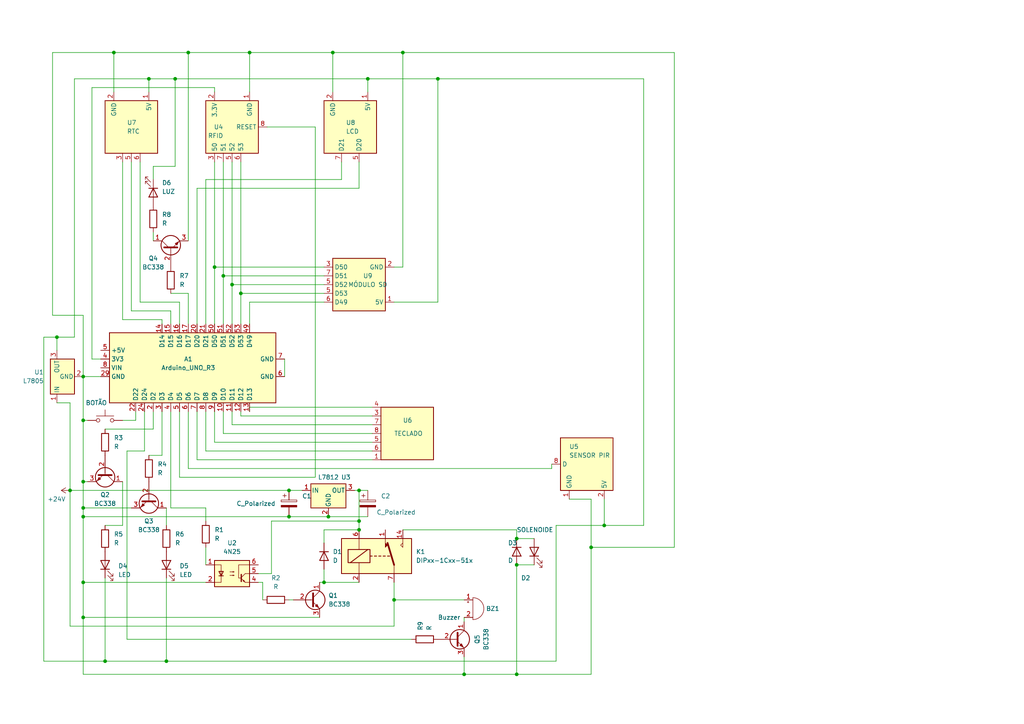
<source format=kicad_sch>
(kicad_sch (version 20230121) (generator eeschema)
  (paper "A4")
  (lib_symbols
    (symbol "Device:Buzzer" (pin_names (offset 0.0254) hide)
      (property "Reference" "BZ" (at 3.81 1.27 0))
      (property "Value" "Buzzer" (at 3.81 -1.27 0))
      (symbol "Buzzer_0_1"
        (arc (start 0 -3.175) (mid 3.1612 0) (end 0 3.175))
        (polyline (pts (xy -1.651 1.905) (xy -1.143 1.905)))
        (polyline (pts (xy -1.397 2.159) (xy -1.397 1.651)))
        (polyline (pts (xy 0 3.175) (xy 0 -3.175)))
      )
      (symbol "Buzzer_1_1"
        (pin passive line (at -2.54 2.54 0) (length 2.54) (name "-") (number "1"))
        (pin passive line (at -2.54 -2.54 0) (length 2.54) (name "+") (number "2"))
      )
    )
    (symbol "Device:C_Polarized" (pin_numbers hide) (pin_names (offset 0.254))
      (property "Reference" "C" (at 0.635 2.54 0))
      (property "Value" "C_Polarized" (at 0.635 -2.54 0))
      (symbol "C_Polarized_0_1"
        (rectangle (start -2.286 0.508) (end 2.286 1.016))
        (polyline (pts (xy -1.778 2.286) (xy -0.762 2.286)))
        (polyline (pts (xy -1.27 2.794) (xy -1.27 1.778)))
        (rectangle (start 2.286 -0.508) (end -2.286 -1.016) (fill (type outline)))
      )
      (symbol "C_Polarized_1_1"
        (pin passive line (at 0 3.81 270) (length 2.794) (name "~") (number "1"))
        (pin passive line (at 0 -3.81 90) (length 2.794) (name "~") (number "2"))
      )
    )
    (symbol "Device:D" (pin_numbers hide) (pin_names (offset 1.016) hide)
      (property "Reference" "D" (at 0 2.54 0))
      (property "Value" "D" (at 0 -2.54 0))
      (symbol "D_0_1"
        (polyline (pts (xy -1.27 1.27) (xy -1.27 -1.27)) (stroke (width 0.254)))
        (polyline (pts (xy 1.27 0) (xy -1.27 0)))
        (polyline (pts (xy 1.27 1.27) (xy 1.27 -1.27) (xy -1.27 0) (xy 1.27 1.27)) (stroke (width 0.254)))
      )
      (symbol "D_1_1"
        (pin passive line (at -3.81 0 0) (length 2.54) (name "K") (number "1"))
        (pin passive line (at 3.81 0 180) (length 2.54) (name "A") (number "2"))
      )
    )
    (symbol "Device:LED" (pin_numbers hide) (pin_names (offset 1.016) hide)
      (property "Reference" "D" (at 0 2.54 0))
      (property "Value" "SOLENOIDE" (at 0 -3.81 0))
      (symbol "LED_0_1"
        (polyline (pts (xy -1.27 -1.27) (xy -1.27 1.27)) (stroke (width 0.254)))
        (polyline (pts (xy -1.27 0) (xy 1.27 0)))
        (polyline (pts (xy 1.27 -1.27) (xy 1.27 1.27) (xy -1.27 0) (xy 1.27 -1.27)) (stroke (width 0.254)))
        (polyline (pts (xy -3.048 -0.762) (xy -4.572 -2.286) (xy -3.81 -2.286) (xy -4.572 -2.286) (xy -4.572 -1.524)))
        (polyline (pts (xy -1.778 -0.762) (xy -3.302 -2.286) (xy -2.54 -2.286) (xy -3.302 -2.286) (xy -3.302 -1.524)))
      )
      (symbol "LED_1_1"
        (pin passive line (at -3.81 0 0) (length 2.54) (name "K") (number "1"))
        (pin passive line (at 3.81 0 180) (length 2.54) (name "A") (number "2"))
      )
    )
    (symbol "Device:R" (pin_numbers hide) (pin_names (offset 0))
      (property "Reference" "R" (at 2.032 0 90))
      (property "Value" "R" (at 0 0 90))
      (symbol "R_0_1"
        (rectangle (start -1.016 -2.54) (end 1.016 2.54) (stroke (width 0.254)))
      )
      (symbol "R_1_1"
        (pin passive line (at 0 3.81 270) (length 1.27) (name "~") (number "1"))
        (pin passive line (at 0 -3.81 90) (length 1.27) (name "~") (number "2"))
      )
    )
    (symbol "Isolator:4N25" (pin_names (offset 1.016))
      (property "Reference" "U" (at -5.08 5.08 0))
      (property "Value" "4N25" (at 0 5.08 0))
      (symbol "4N25_0_1"
        (rectangle (start -5.08 3.81) (end 5.08 -3.81) (stroke (width 0.254)) (fill (type background)))
        (polyline (pts (xy -3.81 -0.635) (xy -2.54 -0.635)) (stroke (width 0.254)))
        (polyline (pts (xy 2.667 -1.397) (xy 3.81 -2.54)))
        (polyline (pts (xy 2.667 -1.143) (xy 3.81 0)))
        (polyline (pts (xy 3.81 -2.54) (xy 5.08 -2.54)))
        (polyline (pts (xy 3.81 0) (xy 5.08 0)))
        (polyline (pts (xy 2.667 -0.254) (xy 2.667 -2.286) (xy 2.667 -2.286)) (stroke (width 0.3556)))
        (polyline (pts (xy -5.08 -2.54) (xy -3.175 -2.54) (xy -3.175 2.54) (xy -5.08 2.54)))
        (polyline (pts (xy -3.175 -0.635) (xy -3.81 0.635) (xy -2.54 0.635) (xy -3.175 -0.635)) (stroke (width 0.254)))
        (polyline (pts (xy 3.683 -2.413) (xy 3.429 -1.905) (xy 3.175 -2.159) (xy 3.683 -2.413)))
        (polyline (pts (xy 5.08 2.54) (xy 1.905 2.54) (xy 1.905 -1.27) (xy 2.54 -1.27)))
        (polyline (pts (xy -0.635 -0.508) (xy 0.635 -0.508) (xy 0.254 -0.635) (xy 0.254 -0.381) (xy 0.635 -0.508)))
        (polyline (pts (xy -0.635 0.508) (xy 0.635 0.508) (xy 0.254 0.381) (xy 0.254 0.635) (xy 0.635 0.508)))
      )
      (symbol "4N25_1_1"
        (pin passive line (at -7.62 2.54 0) (length 2.54) (name "~") (number "1"))
        (pin passive line (at -7.62 -2.54 0) (length 2.54) (name "~") (number "2"))
        (pin no_connect line (at -5.08 0 0) (length 2.54) hide (name "NC") (number "3"))
        (pin passive line (at 7.62 -2.54 180) (length 2.54) (name "~") (number "4"))
        (pin passive line (at 7.62 0 180) (length 2.54) (name "~") (number "5"))
        (pin passive line (at 7.62 2.54 180) (length 2.54) (name "~") (number "6"))
      )
    )
    (symbol "LED_1" (pin_numbers hide) (pin_names (offset 1.016) hide)
      (property "Reference" "D" (at 0 2.54 0))
      (property "Value" "LED" (at 0 -2.54 0))
      (symbol "LED_1_0_1"
        (polyline (pts (xy -1.27 -1.27) (xy -1.27 1.27)) (stroke (width 0.254)))
        (polyline (pts (xy -1.27 0) (xy 1.27 0)))
        (polyline (pts (xy 1.27 -1.27) (xy 1.27 1.27) (xy -1.27 0) (xy 1.27 -1.27)) (stroke (width 0.254)))
        (polyline (pts (xy -3.048 -0.762) (xy -4.572 -2.286) (xy -3.81 -2.286) (xy -4.572 -2.286) (xy -4.572 -1.524)))
        (polyline (pts (xy -1.778 -0.762) (xy -3.302 -2.286) (xy -2.54 -2.286) (xy -3.302 -2.286) (xy -3.302 -1.524)))
      )
      (symbol "LED_1_1_1"
        (pin passive line (at -3.81 0 0) (length 2.54) (name "K") (number "1"))
        (pin passive line (at 3.81 0 180) (length 2.54) (name "A") (number "2"))
      )
    )
    (symbol "MCU_Module:Arduino_UNO_R3"
      (property "Reference" "A" (at -10.16 23.495 0))
      (property "Value" "Arduino_UNO_R3" (at 5.08 -26.67 0))
      (symbol "Arduino_UNO_R3_0_1"
        (rectangle (start -10.16 22.86) (end 10.16 -25.4) (stroke (width 0.254)) (fill (type background)))
      )
      (symbol "Arduino_UNO_R3_1_1"
        (pin no_connect line (at -10.16 -20.32 0) (length 2.54) hide (name "NC") (number "1"))
        (pin bidirectional line (at -12.7 -10.16 0) (length 2.54) (name "D10") (number "10"))
        (pin bidirectional line (at -12.7 -12.7 0) (length 2.54) (name "D11") (number "11"))
        (pin bidirectional line (at -12.7 -15.24 0) (length 2.54) (name "D12") (number "12"))
        (pin bidirectional line (at -12.7 -17.78 0) (length 2.54) (name "D13") (number "13"))
        (pin bidirectional line (at 12.7 7.62 180) (length 2.54) (name "D14") (number "14"))
        (pin bidirectional line (at 12.7 5.08 180) (length 2.54) (name "D15") (number "15"))
        (pin bidirectional line (at 12.7 2.54 180) (length 2.54) (name "D16") (number "16"))
        (pin bidirectional line (at 12.7 0 180) (length 2.54) (name "D17") (number "17"))
        (pin bidirectional line (at -12.7 10.16 0) (length 2.54) (name "D2") (number "2"))
        (pin bidirectional line (at 12.7 -2.54 180) (length 2.54) (name "D20") (number "20"))
        (pin bidirectional line (at 12.7 -5.08 180) (length 2.54) (name "D21") (number "21"))
        (pin bidirectional line (at -12.7 15.24 0) (length 2.54) (name "D22") (number "22"))
        (pin bidirectional line (at -12.7 12.7 0) (length 2.54) (name "D24") (number "24"))
        (pin output line (at -2.54 25.4 270) (length 2.54) (name "GND") (number "29"))
        (pin bidirectional line (at -12.7 7.62 0) (length 2.54) (name "D3") (number "3"))
        (pin power_out line (at 2.54 25.4 270) (length 2.54) (name "3V3") (number "4"))
        (pin bidirectional line (at -12.7 5.08 0) (length 2.54) (name "D4") (number "4"))
        (pin bidirectional line (at 12.7 -17.78 180) (length 2.54) (name "D49") (number "49"))
        (pin power_out line (at 5.08 25.4 270) (length 2.54) (name "+5V") (number "5"))
        (pin bidirectional line (at -12.7 2.54 0) (length 2.54) (name "D5") (number "5"))
        (pin bidirectional line (at 12.7 -7.62 180) (length 2.54) (name "D50") (number "50"))
        (pin bidirectional line (at 12.7 -10.16 180) (length 2.54) (name "D51") (number "51"))
        (pin bidirectional line (at 12.7 -12.7 180) (length 2.54) (name "D52") (number "52"))
        (pin bidirectional line (at 12.7 -15.24 180) (length 2.54) (name "D53") (number "53"))
        (pin bidirectional line (at -12.7 0 0) (length 2.54) (name "D6") (number "6"))
        (pin power_in line (at -2.54 -27.94 90) (length 2.54) (name "GND") (number "6"))
        (pin bidirectional line (at -12.7 -2.54 0) (length 2.54) (name "D7") (number "7"))
        (pin power_in line (at 2.54 -27.94 90) (length 2.54) (name "GND") (number "7"))
        (pin bidirectional line (at -12.7 -5.08 0) (length 2.54) (name "D8") (number "8"))
        (pin power_in line (at 0 25.4 270) (length 2.54) (name "VIN") (number "8"))
        (pin bidirectional line (at -12.7 -7.62 0) (length 2.54) (name "D9") (number "9"))
      )
    )
    (symbol "Modulo universal arduino:PCF8563TS"
      (property "Reference" "U" (at -27.94 12.7 0))
      (property "Value" "TECLADO" (at -3.81 0 0))
      (symbol "PCF8563TS_0_1"
        (rectangle (start -7.62 7.62) (end 7.62 -7.62) (stroke (width 0.254)) (fill (type background)))
      )
      (symbol "PCF8563TS_1_1"
        (pin bidirectional line (at 10.16 7.62 180) (length 2.54) (name "") (number "1"))
        (pin bidirectional line (at 10.16 -5.08 180) (length 2.54) (name "") (number "3"))
        (pin bidirectional line (at 10.16 -7.62 180) (length 2.54) (name "") (number "4"))
        (pin bidirectional line (at 10.16 2.54 180) (length 2.54) (name "") (number "5"))
        (pin bidirectional line (at 10.16 5.08 180) (length 2.54) (name "") (number "6"))
        (pin bidirectional line (at 10.16 -2.54 180) (length 2.54) (name "") (number "7"))
        (pin bidirectional line (at 10.16 0 180) (length 2.54) (name "") (number "8"))
      )
    )
    (symbol "PCF8563TS_1"
      (property "Reference" "U" (at -7.62 8.89 0))
      (property "Value" "SENSOR PIR" (at 2.54 8.89 0))
      (symbol "PCF8563TS_1_0_1"
        (rectangle (start -7.62 7.62) (end 7.62 -7.62) (stroke (width 0.254)) (fill (type background)))
      )
      (symbol "PCF8563TS_1_1_1"
        (pin power_in line (at -10.16 5.08 0) (length 2.54) (name "GND") (number "1"))
        (pin power_in line (at -10.16 -5.08 0) (length 2.54) (name "5V") (number "2"))
        (pin bidirectional line (at 0 10.16 270) (length 2.54) (name "D") (number "8"))
      )
    )
    (symbol "PCF8563TS_2"
      (property "Reference" "U" (at -7.62 8.89 0))
      (property "Value" "RTC" (at 2.54 8.89 0))
      (symbol "PCF8563TS_2_0_1"
        (rectangle (start -7.62 7.62) (end 7.62 -7.62) (stroke (width 0.254)) (fill (type background)))
      )
      (symbol "PCF8563TS_2_1_1"
        (pin power_in line (at -10.16 5.08 0) (length 2.54) (name "5V") (number "1"))
        (pin power_in line (at -10.16 -5.08 0) (length 2.54) (name "GND") (number "2"))
        (pin bidirectional line (at 10.16 -2.54 180) (length 2.54) (name "") (number "3"))
        (pin bidirectional line (at 10.16 0 180) (length 2.54) (name "") (number "5"))
        (pin bidirectional line (at 10.16 2.54 180) (length 2.54) (name "") (number "6"))
      )
    )
    (symbol "PCF8563TS_3"
      (property "Reference" "U" (at -7.62 8.89 0))
      (property "Value" "LCD" (at 2.54 8.89 0))
      (symbol "PCF8563TS_3_0_1"
        (rectangle (start -7.62 7.62) (end 7.62 -7.62) (stroke (width 0.254)) (fill (type background)))
      )
      (symbol "PCF8563TS_3_1_1"
        (pin power_in line (at -10.16 5.08 0) (length 2.54) (name "5V") (number "1"))
        (pin power_in line (at -10.16 -5.08 0) (length 2.54) (name "GND") (number "2"))
        (pin bidirectional line (at 10.16 2.54 180) (length 2.54) (name "D20") (number "5"))
        (pin bidirectional line (at 10.16 -2.54 180) (length 2.54) (name "D21") (number "7"))
      )
    )
    (symbol "PCF8563TS_4"
      (property "Reference" "U" (at -7.62 8.89 0))
      (property "Value" "MÓDULO SD" (at 2.54 8.89 0))
      (symbol "PCF8563TS_4_0_1"
        (rectangle (start -7.62 7.62) (end 7.62 -7.62) (stroke (width 0.254)) (fill (type background)))
      )
      (symbol "PCF8563TS_4_1_1"
        (pin power_in line (at -10.16 5.08 0) (length 2.54) (name "5V") (number "1"))
        (pin power_in line (at -10.16 -5.08 0) (length 2.54) (name "GND") (number "2"))
        (pin bidirectional line (at 10.16 -5.08 180) (length 2.54) (name "D50") (number "3"))
        (pin bidirectional line (at 10.16 0 180) (length 2.54) (name "D52") (number "5"))
        (pin bidirectional line (at 10.16 2.54 180) (length 2.54) (name "D53") (number "5"))
        (pin bidirectional line (at 10.16 5.08 180) (length 2.54) (name "D49") (number "6"))
        (pin bidirectional line (at 10.16 -2.54 180) (length 2.54) (name "D51") (number "7"))
      )
    )
    (symbol "Regulator_Linear:L7805" (pin_names (offset 0.254))
      (property "Reference" "U" (at -3.81 3.175 0))
      (property "Value" "L7805" (at 0 3.175 0))
      (symbol "L7805_0_1"
        (rectangle (start -5.08 1.905) (end 5.08 -5.08) (stroke (width 0.254)) (fill (type background)))
      )
      (symbol "L7805_1_1"
        (pin power_in line (at -7.62 0 0) (length 2.54) (name "IN") (number "1"))
        (pin power_in line (at 0 -7.62 90) (length 2.54) (name "GND") (number "2"))
        (pin power_out line (at 7.62 0 180) (length 2.54) (name "OUT") (number "3"))
      )
    )
    (symbol "Regulator_Linear:L7812" (pin_names (offset 0.254))
      (property "Reference" "U" (at -3.81 3.175 0))
      (property "Value" "L7812" (at 0 3.175 0))
      (symbol "L7812_0_1"
        (rectangle (start -5.08 1.905) (end 5.08 -5.08) (stroke (width 0.254)) (fill (type background)))
      )
      (symbol "L7812_1_1"
        (pin power_in line (at -7.62 0 0) (length 2.54) (name "IN") (number "1"))
        (pin power_in line (at 0 -7.62 90) (length 2.54) (name "GND") (number "2"))
        (pin power_out line (at 7.62 0 180) (length 2.54) (name "OUT") (number "3"))
      )
    )
    (symbol "Relay:DIPxx-1Cxx-51x"
      (property "Reference" "K" (at 11.43 3.81 0))
      (property "Value" "DIPxx-1Cxx-51x" (at 11.43 1.27 0))
      (symbol "DIPxx-1Cxx-51x_0_0"
        (polyline (pts (xy 2.54 5.08) (xy 2.54 2.54) (xy 3.175 3.175) (xy 2.54 3.81)) (fill (type outline)))
        (polyline (pts (xy 7.62 5.08) (xy 7.62 2.54) (xy 6.985 3.175) (xy 7.62 3.81)))
      )
      (symbol "DIPxx-1Cxx-51x_0_1"
        (rectangle (start -10.16 5.08) (end 10.16 -5.08) (stroke (width 0.254)) (fill (type background)))
        (rectangle (start -8.255 1.905) (end -1.905 -1.905) (stroke (width 0.254)))
        (polyline (pts (xy -7.62 -1.905) (xy -2.54 1.905)) (stroke (width 0.254)))
        (polyline (pts (xy -5.08 -5.08) (xy -5.08 -1.905)))
        (polyline (pts (xy -5.08 5.08) (xy -5.08 1.905)))
        (polyline (pts (xy -1.905 0) (xy -1.27 0)) (stroke (width 0.254)))
        (polyline (pts (xy -0.635 0) (xy 0 0)) (stroke (width 0.254)))
        (polyline (pts (xy 0.635 0) (xy 1.27 0)) (stroke (width 0.254)))
        (polyline (pts (xy 1.905 0) (xy 2.54 0)) (stroke (width 0.254)))
        (polyline (pts (xy 3.175 0) (xy 3.81 0)) (stroke (width 0.254)))
        (polyline (pts (xy 5.08 -2.54) (xy 3.175 3.81)) (stroke (width 0.508)))
        (polyline (pts (xy 5.08 -2.54) (xy 5.08 -5.08)))
      )
      (symbol "DIPxx-1Cxx-51x_1_1"
        (pin passive line (at 2.54 7.62 270) (length 2.54) (name "~") (number "1"))
        (pin passive line (at 7.62 7.62 270) (length 2.54) (name "~") (number "14"))
        (pin passive line (at -5.08 -7.62 90) (length 2.54) (name "~") (number "2"))
        (pin passive line (at -5.08 7.62 270) (length 2.54) (name "~") (number "6"))
        (pin passive line (at 5.08 -7.62 90) (length 2.54) (name "~") (number "7"))
        (pin passive line (at 5.08 -7.62 90) (length 2.54) hide (name "~") (number "8"))
      )
    )
    (symbol "Switch:SW_MEC_5G" (pin_numbers hide) (pin_names (offset 1.016) hide)
      (property "Reference" "SW" (at 1.27 2.54 0))
      (property "Value" "SW_MEC_5G" (at 0 -1.524 0))
      (symbol "SW_MEC_5G_0_1"
        (circle (center -2.032 0) (radius 0.508))
        (polyline (pts (xy 0 1.27) (xy 0 3.048)))
        (polyline (pts (xy 2.54 1.27) (xy -2.54 1.27)))
        (circle (center 2.032 0) (radius 0.508))
        (pin passive line (at -5.08 0 0) (length 2.54) (name "A") (number "1"))
        (pin passive line (at 5.08 0 180) (length 2.54) (name "B") (number "3"))
      )
      (symbol "SW_MEC_5G_1_1"
        (pin passive line (at -5.08 0 0) (length 2.54) hide (name "A") (number "2"))
        (pin passive line (at 5.08 0 180) (length 2.54) hide (name "B") (number "4"))
      )
    )
    (symbol "Timer_RTC:PCF8563TS"
      (property "Reference" "U" (at -7.62 8.89 0))
      (property "Value" "RFID" (at 2.54 8.89 0))
      (symbol "PCF8563TS_0_1"
        (rectangle (start -7.62 7.62) (end 7.62 -7.62) (stroke (width 0.254)) (fill (type background)))
      )
      (symbol "PCF8563TS_1_1"
        (pin power_in line (at -10.16 5.08 0) (length 2.54) (name "GND") (number "1"))
        (pin power_in line (at -10.16 -5.08 0) (length 2.54) (name "3.3V") (number "2"))
        (pin bidirectional line (at 10.16 -5.08 180) (length 2.54) (name "50") (number "3"))
        (pin bidirectional line (at 10.16 0 180) (length 2.54) (name "52") (number "5"))
        (pin bidirectional line (at 10.16 2.54 180) (length 2.54) (name "53") (number "6"))
        (pin bidirectional line (at 10.16 -2.54 180) (length 2.54) (name "51") (number "7"))
        (pin bidirectional line (at 0 10.16 270) (length 2.54) (name "RESET") (number "8"))
      )
    )
    (symbol "Transistor_BJT:BC338" (pin_names (offset 0) hide)
      (property "Reference" "Q" (at 5.08 1.905 0))
      (property "Value" "BC338" (at 5.08 0 0))
      (symbol "BC338_0_1"
        (polyline (pts (xy 0 0) (xy 0.635 0)))
        (polyline (pts (xy 0.635 0.635) (xy 2.54 2.54)))
        (polyline (pts (xy 0.635 -0.635) (xy 2.54 -2.54) (xy 2.54 -2.54)))
        (polyline (pts (xy 0.635 1.905) (xy 0.635 -1.905) (xy 0.635 -1.905)) (stroke (width 0.508)))
        (polyline (pts (xy 1.27 -1.778) (xy 1.778 -1.27) (xy 2.286 -2.286) (xy 1.27 -1.778) (xy 1.27 -1.778)) (fill (type outline)))
        (circle (center 1.27 0) (radius 2.8194) (stroke (width 0.254)))
      )
      (symbol "BC338_1_1"
        (pin passive line (at 2.54 5.08 270) (length 2.54) (name "C") (number "1"))
        (pin input line (at -5.08 0 0) (length 5.08) (name "B") (number "2"))
        (pin passive line (at 2.54 -5.08 90) (length 2.54) (name "E") (number "3"))
      )
    )
    (symbol "power:+24V" (power) (pin_names (offset 0))
      (property "Value" "+24V" (at 0 3.556 0))
      (symbol "+24V_0_1"
        (polyline (pts (xy -0.762 1.27) (xy 0 2.54)))
        (polyline (pts (xy 0 0) (xy 0 2.54)))
        (polyline (pts (xy 0 2.54) (xy 0.762 1.27)))
      )
      (symbol "+24V_1_1"
        (pin power_in line (at 0 0 90) (length 0) hide (name "+24V") (number "1"))
      )
    )
  )
  (junction (at 69.85 85.09))
  (junction (at 24.13 121.92))
  (junction (at 50.8 22.86))
  (junction (at 116.84 15.24))
  (junction (at 67.31 82.55))
  (junction (at 24.13 179.07))
  (junction (at 24.13 149.86))
  (junction (at 72.39 15.24))
  (junction (at 83.82 142.24))
  (junction (at 43.18 22.86))
  (junction (at 24.13 109.22))
  (junction (at 134.62 195.58))
  (junction (at 24.13 168.91))
  (junction (at 33.02 15.24))
  (junction (at 62.23 77.47))
  (junction (at 149.86 156.21))
  (junction (at 24.13 139.7))
  (junction (at 149.86 163.83))
  (junction (at 64.77 80.01))
  (junction (at 127 22.86))
  (junction (at 171.45 158.75))
  (junction (at 16.51 97.79))
  (junction (at 48.26 191.77))
  (junction (at 104.14 142.24))
  (junction (at 114.3 173.99))
  (junction (at 20.32 142.24))
  (junction (at 175.26 152.4))
  (junction (at 106.68 22.86))
  (junction (at 24.13 147.32))
  (junction (at 54.61 15.24))
  (junction (at 96.52 15.24))
  (junction (at 149.86 195.58))
  (junction (at 95.25 149.86))
  (junction (at 104.14 151.13))
  (junction (at 93.98 168.91))
  (junction (at 104.14 153.67))
  (junction (at 83.82 149.86))
  (junction (at 30.48 191.77))
  (wire (pts (xy 44.45 48.26) (xy 50.8 48.26)))
  (wire (pts (xy 64.77 46.99) (xy 64.77 80.01)))
  (wire (pts (xy 149.86 163.83) (xy 149.86 195.58)))
  (wire (pts (xy 69.85 85.09) (xy 69.85 93.98)))
  (wire (pts (xy 104.14 142.24) (xy 102.87 142.24)))
  (wire (pts (xy 36.83 185.42) (xy 119.38 185.42)))
  (wire (pts (xy 44.45 124.46) (xy 44.45 119.38)))
  (wire (pts (xy 20.32 142.24) (xy 20.32 181.61)))
  (wire (pts (xy 57.15 93.98) (xy 57.15 54.61)))
  (wire (pts (xy 30.48 124.46) (xy 44.45 124.46)))
  (wire (pts (xy 43.18 132.08) (xy 46.99 132.08)))
  (wire (pts (xy 134.62 195.58) (xy 149.86 195.58)))
  (wire (pts (xy 77.47 36.83) (xy 91.44 36.83)))
  (wire (pts (xy 12.7 191.77) (xy 12.7 97.79)))
  (wire (pts (xy 171.45 158.75) (xy 171.45 195.58)))
  (wire (pts (xy 116.84 15.24) (xy 195.58 15.24)))
  (wire (pts (xy 69.85 120.65) (xy 69.85 119.38)))
  (wire (pts (xy 64.77 80.01) (xy 93.98 80.01)))
  (wire (pts (xy 59.69 158.75) (xy 59.69 163.83)))
  (wire (pts (xy 59.69 130.81) (xy 59.69 119.38)))
  (wire (pts (xy 24.13 109.22) (xy 24.13 121.92)))
  (wire (pts (xy 93.98 168.91) (xy 104.14 168.91)))
  (wire (pts (xy 16.51 97.79) (xy 16.51 101.6)))
  (wire (pts (xy 64.77 125.73) (xy 107.95 125.73)))
  (wire (pts (xy 44.45 52.07) (xy 44.45 48.26)))
  (wire (pts (xy 50.8 48.26) (xy 50.8 22.86)))
  (wire (pts (xy 54.61 85.09) (xy 54.61 93.98)))
  (wire (pts (xy 67.31 82.55) (xy 67.31 93.98)))
  (wire (pts (xy 43.18 22.86) (xy 43.18 26.67)))
  (wire (pts (xy 40.64 87.63) (xy 52.07 87.63)))
  (wire (pts (xy 74.93 166.37) (xy 78.74 166.37)))
  (wire (pts (xy 15.24 15.24) (xy 15.24 91.44)))
  (wire (pts (xy 171.45 144.78) (xy 171.45 158.75)))
  (wire (pts (xy 175.26 144.78) (xy 175.26 152.4)))
  (wire (pts (xy 30.48 167.64) (xy 30.48 191.77)))
  (wire (pts (xy 16.51 97.79) (xy 21.59 97.79)))
  (wire (pts (xy 161.29 152.4) (xy 161.29 191.77)))
  (wire (pts (xy 96.52 26.67) (xy 96.52 15.24)))
  (wire (pts (xy 15.24 91.44) (xy 24.13 91.44)))
  (wire (pts (xy 92.71 168.91) (xy 93.98 168.91)))
  (wire (pts (xy 114.3 173.99) (xy 134.62 173.99)))
  (wire (pts (xy 50.8 22.86) (xy 106.68 22.86)))
  (wire (pts (xy 38.1 90.17) (xy 49.53 90.17)))
  (wire (pts (xy 52.07 87.63) (xy 52.07 93.98)))
  (wire (pts (xy 21.59 22.86) (xy 21.59 97.79)))
  (wire (pts (xy 26.67 25.4) (xy 62.23 25.4)))
  (wire (pts (xy 46.99 93.98) (xy 46.99 92.71)))
  (wire (pts (xy 62.23 77.47) (xy 93.98 77.47)))
  (wire (pts (xy 33.02 15.24) (xy 54.61 15.24)))
  (wire (pts (xy 24.13 168.91) (xy 24.13 179.07)))
  (wire (pts (xy 83.82 142.24) (xy 87.63 142.24)))
  (wire (pts (xy 30.48 191.77) (xy 12.7 191.77)))
  (wire (pts (xy 116.84 153.67) (xy 149.86 153.67)))
  (wire (pts (xy 48.26 147.32) (xy 48.26 152.4)))
  (wire (pts (xy 43.18 22.86) (xy 50.8 22.86)))
  (wire (pts (xy 62.23 46.99) (xy 62.23 77.47)))
  (wire (pts (xy 20.32 142.24) (xy 20.32 116.84)))
  (wire (pts (xy 149.86 195.58) (xy 171.45 195.58)))
  (wire (pts (xy 24.13 149.86) (xy 24.13 168.91)))
  (wire (pts (xy 83.82 149.86) (xy 95.25 149.86)))
  (wire (pts (xy 59.69 147.32) (xy 49.53 147.32)))
  (wire (pts (xy 134.62 190.5) (xy 134.62 195.58)))
  (wire (pts (xy 30.48 152.4) (xy 35.56 152.4)))
  (wire (pts (xy 49.53 90.17) (xy 49.53 93.98)))
  (wire (pts (xy 54.61 135.89) (xy 160.02 135.89)))
  (wire (pts (xy 106.68 22.86) (xy 106.68 26.67)))
  (wire (pts (xy 62.23 128.27) (xy 107.95 128.27)))
  (wire (pts (xy 20.32 116.84) (xy 16.51 116.84)))
  (wire (pts (xy 114.3 87.63) (xy 127 87.63)))
  (wire (pts (xy 82.55 104.14) (xy 82.55 109.22)))
  (wire (pts (xy 67.31 119.38) (xy 67.31 123.19)))
  (wire (pts (xy 20.32 142.24) (xy 83.82 142.24)))
  (wire (pts (xy 52.07 119.38) (xy 52.07 138.43)))
  (wire (pts (xy 72.39 87.63) (xy 72.39 93.98)))
  (wire (pts (xy 104.14 54.61) (xy 104.14 46.99)))
  (wire (pts (xy 91.44 36.83) (xy 91.44 138.43)))
  (wire (pts (xy 107.95 130.81) (xy 59.69 130.81)))
  (wire (pts (xy 104.14 142.24) (xy 104.14 151.13)))
  (wire (pts (xy 33.02 15.24) (xy 15.24 15.24)))
  (wire (pts (xy 72.39 15.24) (xy 96.52 15.24)))
  (wire (pts (xy 106.68 22.86) (xy 127 22.86)))
  (wire (pts (xy 38.1 46.99) (xy 38.1 90.17)))
  (wire (pts (xy 33.02 15.24) (xy 33.02 26.67)))
  (wire (pts (xy 48.26 167.64) (xy 48.26 191.77)))
  (wire (pts (xy 186.69 22.86) (xy 186.69 152.4)))
  (wire (pts (xy 99.06 52.07) (xy 99.06 46.99)))
  (wire (pts (xy 24.13 179.07) (xy 24.13 195.58)))
  (wire (pts (xy 195.58 15.24) (xy 195.58 158.75)))
  (wire (pts (xy 69.85 46.99) (xy 69.85 85.09)))
  (wire (pts (xy 114.3 181.61) (xy 114.3 173.99)))
  (wire (pts (xy 20.32 181.61) (xy 114.3 181.61)))
  (wire (pts (xy 62.23 25.4) (xy 62.23 26.67)))
  (wire (pts (xy 83.82 149.86) (xy 24.13 149.86)))
  (wire (pts (xy 93.98 85.09) (xy 69.85 85.09)))
  (wire (pts (xy 24.13 147.32) (xy 24.13 149.86)))
  (wire (pts (xy 54.61 15.24) (xy 54.61 69.85)))
  (wire (pts (xy 171.45 158.75) (xy 195.58 158.75)))
  (wire (pts (xy 12.7 97.79) (xy 16.51 97.79)))
  (wire (pts (xy 93.98 87.63) (xy 72.39 87.63)))
  (wire (pts (xy 24.13 121.92) (xy 25.4 121.92)))
  (wire (pts (xy 149.86 156.21) (xy 154.94 156.21)))
  (wire (pts (xy 67.31 123.19) (xy 107.95 123.19)))
  (wire (pts (xy 127 22.86) (xy 186.69 22.86)))
  (wire (pts (xy 29.21 104.14) (xy 26.67 104.14)))
  (wire (pts (xy 24.13 91.44) (xy 24.13 109.22)))
  (wire (pts (xy 69.85 120.65) (xy 107.95 120.65)))
  (wire (pts (xy 92.71 179.07) (xy 24.13 179.07)))
  (wire (pts (xy 104.14 151.13) (xy 104.14 153.67)))
  (wire (pts (xy 78.74 166.37) (xy 78.74 151.13)))
  (wire (pts (xy 160.02 135.89) (xy 160.02 134.62)))
  (wire (pts (xy 104.14 142.24) (xy 106.68 142.24)))
  (wire (pts (xy 76.2 173.99) (xy 76.2 168.91)))
  (wire (pts (xy 24.13 121.92) (xy 24.13 139.7)))
  (wire (pts (xy 83.82 173.99) (xy 85.09 173.99)))
  (wire (pts (xy 57.15 54.61) (xy 104.14 54.61)))
  (wire (pts (xy 54.61 15.24) (xy 72.39 15.24)))
  (wire (pts (xy 41.91 119.38) (xy 41.91 130.81)))
  (wire (pts (xy 24.13 109.22) (xy 29.21 109.22)))
  (wire (pts (xy 36.83 130.81) (xy 36.83 185.42)))
  (wire (pts (xy 91.44 138.43) (xy 52.07 138.43)))
  (wire (pts (xy 93.98 165.1) (xy 93.98 168.91)))
  (wire (pts (xy 48.26 191.77) (xy 30.48 191.77)))
  (wire (pts (xy 64.77 125.73) (xy 64.77 119.38)))
  (wire (pts (xy 161.29 152.4) (xy 175.26 152.4)))
  (wire (pts (xy 54.61 119.38) (xy 54.61 135.89)))
  (wire (pts (xy 21.59 22.86) (xy 43.18 22.86)))
  (wire (pts (xy 93.98 82.55) (xy 67.31 82.55)))
  (wire (pts (xy 35.56 121.92) (xy 39.37 121.92)))
  (wire (pts (xy 62.23 128.27) (xy 62.23 119.38)))
  (wire (pts (xy 78.74 151.13) (xy 104.14 151.13)))
  (wire (pts (xy 62.23 77.47) (xy 62.23 93.98)))
  (wire (pts (xy 35.56 152.4) (xy 35.56 139.7)))
  (wire (pts (xy 114.3 77.47) (xy 116.84 77.47)))
  (wire (pts (xy 72.39 118.11) (xy 107.95 118.11)))
  (wire (pts (xy 74.93 168.91) (xy 76.2 168.91)))
  (wire (pts (xy 93.98 157.48) (xy 93.98 153.67)))
  (wire (pts (xy 26.67 25.4) (xy 26.67 104.14)))
  (wire (pts (xy 95.25 149.86) (xy 106.68 149.86)))
  (wire (pts (xy 127 87.63) (xy 127 22.86)))
  (wire (pts (xy 49.53 147.32) (xy 49.53 119.38)))
  (wire (pts (xy 57.15 133.35) (xy 57.15 119.38)))
  (wire (pts (xy 41.91 130.81) (xy 36.83 130.81)))
  (wire (pts (xy 149.86 163.83) (xy 154.94 163.83)))
  (wire (pts (xy 59.69 52.07) (xy 99.06 52.07)))
  (wire (pts (xy 35.56 92.71) (xy 35.56 46.99)))
  (wire (pts (xy 96.52 15.24) (xy 116.84 15.24)))
  (wire (pts (xy 40.64 46.99) (xy 40.64 87.63)))
  (wire (pts (xy 149.86 153.67) (xy 149.86 156.21)))
  (wire (pts (xy 48.26 191.77) (xy 161.29 191.77)))
  (wire (pts (xy 59.69 93.98) (xy 59.69 52.07)))
  (wire (pts (xy 24.13 195.58) (xy 134.62 195.58)))
  (wire (pts (xy 67.31 46.99) (xy 67.31 82.55)))
  (wire (pts (xy 24.13 139.7) (xy 25.4 139.7)))
  (wire (pts (xy 175.26 152.4) (xy 186.69 152.4)))
  (wire (pts (xy 171.45 144.78) (xy 165.1 144.78)))
  (wire (pts (xy 24.13 139.7) (xy 24.13 147.32)))
  (wire (pts (xy 38.1 147.32) (xy 24.13 147.32)))
  (wire (pts (xy 57.15 133.35) (xy 107.95 133.35)))
  (wire (pts (xy 72.39 15.24) (xy 72.39 26.67)))
  (wire (pts (xy 116.84 77.47) (xy 116.84 15.24)))
  (wire (pts (xy 24.13 168.91) (xy 59.69 168.91)))
  (wire (pts (xy 46.99 132.08) (xy 46.99 119.38)))
  (wire (pts (xy 72.39 118.11) (xy 72.39 119.38)))
  (wire (pts (xy 59.69 147.32) (xy 59.69 151.13)))
  (wire (pts (xy 134.62 179.07) (xy 134.62 180.34)))
  (wire (pts (xy 44.45 67.31) (xy 44.45 69.85)))
  (wire (pts (xy 39.37 121.92) (xy 39.37 119.38)))
  (wire (pts (xy 114.3 168.91) (xy 114.3 173.99)))
  (wire (pts (xy 64.77 80.01) (xy 64.77 93.98)))
  (wire (pts (xy 93.98 153.67) (xy 104.14 153.67)))
  (wire (pts (xy 49.53 85.09) (xy 54.61 85.09)))
  (wire (pts (xy 46.99 92.71) (xy 35.56 92.71)))
  (symbol (lib_id "Transistor_BJT:BC338") (at 30.48 137.16 270) (unit 1)
    (property "Reference" "Q2" (at 30.48 143.51 90))
    (property "Value" "BC338" (at 30.48 146.05 90))
    (property "Footprint" "Package_TO_SOT_THT:TO-92_Inline" (effects hide))
    (property "Datasheet" "http://diotec.com/tl_files/diotec/files/pdf/datasheets/bc337" (effects hide))
  )
  (symbol (lib_name "PCF8563TS_1") (lib_id "Timer_RTC:PCF8563TS") (at 170.18 134.62 90) (unit 1)
    (property "Reference" "U5" (at 165.1 129.54 90) (effects (justify right)))
    (property "Value" "SENSOR PIR" (at 165.1 132.08 90) (effects (justify right)))
    (property "Footprint" "Package_SO:MSOP-8_3x3mm_P0.65mm" (effects hide))
    (property "Datasheet" "https://www.nxp.com/docs/en/data-sheet/PCF8563.pdf" (effects hide))
  )
  (symbol (lib_id "Device:R") (at 44.45 63.5 0) (unit 1)
    (property "Reference" "R8" (at 46.99 62.23 0) (effects (justify left)))
    (property "Value" "R" (at 46.99 64.77 0) (effects (justify left)))
  )
  (symbol (lib_name "PCF8563TS_3") (lib_id "Modulo universal arduino:PCF8563TS") (at 101.6 36.83 270) (unit 1)
    (property "Reference" "U8" (at 100.33 35.56 90) (effects (justify left)))
    (property "Value" "LCD" (at 100.33 38.1 90) (effects (justify left)))
    (property "Footprint" "Package_SO:MSOP-8_3x3mm_P0.65mm" (effects hide))
    (property "Datasheet" "https://www.nxp.com/docs/en/data-sheet/PCF8563.pdf" (effects hide))
  )
  (symbol (lib_id "Relay:DIPxx-1Cxx-51x") (at 109.22 161.29 0) (unit 1)
    (property "Reference" "K1" (at 120.65 160.02 0) (effects (justify left)))
    (property "Value" "DIPxx-1Cxx-51x" (at 120.65 162.56 0) (effects (justify left)))
    (property "Footprint" "Relay_THT:Relay_StandexMeder_DIP_LowProfile" (effects hide))
    (property "Datasheet" "https://standexelectronics.com/wp-content/uploads/datasheet_reed_relay_DIP.pdf" (effects hide))
  )
  (symbol (lib_id "Isolator:4N25") (at 67.31 166.37 0) (unit 1)
    (property "Reference" "U2" (at 67.31 157.48 0))
    (property "Value" "4N25" (at 67.31 160.02 0))
    (property "Footprint" "Package_DIP:DIP-6_W7.62mm" (effects hide))
    (property "Datasheet" "https://www.vishay.com/docs/83725/4n25.pdf" (effects hide))
  )
  (symbol (lib_id "Regulator_Linear:L7805") (at 16.51 109.22 90) (unit 1)
    (property "Reference" "U1" (at 12.7 107.95 90) (effects (justify left)))
    (property "Value" "L7805" (at 12.7 110.49 90) (effects (justify left)))
    (property "Datasheet" "http://www.st.com/content/ccc/resource/technical/document/datasheet/41/4f/b3/b0/12/d4/47/88/CD00000444.pdf/files/CD00000444.pdf/jcr:content/translations/en.CD00000444.pdf" (effects hide))
  )
  (symbol (lib_id "Device:R") (at 30.48 156.21 0) (unit 1)
    (property "Reference" "R5" (at 33.02 154.94 0) (effects (justify left)))
    (property "Value" "R" (at 33.02 157.48 0) (effects (justify left)))
  )
  (symbol (lib_id "Device:R") (at 123.19 185.42 90) (unit 1)
    (property "Reference" "R9" (at 121.92 182.88 0) (effects (justify left)))
    (property "Value" "R" (at 124.46 182.88 0) (effects (justify left)))
  )
  (symbol (lib_id "Switch:SW_MEC_5G") (at 30.48 121.92 0) (unit 1)
    (property "Reference" "BOTÃO" (at 27.94 116.84 0))
    (property "Value" "SW_MEC_5G" (effects hide))
    (property "Datasheet" "http://www.apem.com/int/index.php?controller=attachment&id_attachment=488" (effects hide))
  )
  (symbol (lib_name "PCF8563TS_4") (lib_id "Modulo universal arduino:PCF8563TS") (at 104.14 82.55 180) (unit 1)
    (property "Reference" "U9" (at 106.68 80.01 0))
    (property "Value" "MÓDULO SD" (at 106.68 82.55 0))
    (property "Footprint" "Package_SO:MSOP-8_3x3mm_P0.65mm" (effects hide))
    (property "Datasheet" "https://www.nxp.com/docs/en/data-sheet/PCF8563.pdf" (effects hide))
  )
  (symbol (lib_id "Device:R") (at 80.01 173.99 90) (unit 1)
    (property "Reference" "R2" (at 80.01 167.64 90))
    (property "Value" "R" (at 80.01 170.18 90))
  )
  (symbol (lib_id "Device:C_Polarized") (at 83.82 146.05 0) (unit 1)
    (property "Reference" "C1" (at 87.63 143.891 0) (effects (justify left)))
    (property "Value" "C_Polarized" (at 68.58 146.05 0) (effects (justify left)))
  )
  (symbol (lib_id "Device:R") (at 59.69 154.94 0) (unit 1)
    (property "Reference" "R1" (at 62.23 153.67 0) (effects (justify left)))
    (property "Value" "R" (at 62.23 156.21 0) (effects (justify left)))
  )
  (symbol (lib_id "Transistor_BJT:BC338") (at 132.08 185.42 0) (unit 1)
    (property "Reference" "Q5" (at 138.43 185.42 90))
    (property "Value" "BC338" (at 140.97 185.42 90))
    (property "Footprint" "Package_TO_SOT_THT:TO-92_Inline" (effects hide))
    (property "Datasheet" "http://diotec.com/tl_files/diotec/files/pdf/datasheets/bc337" (effects hide))
  )
  (symbol (lib_name "LED_1") (lib_id "Device:LED") (at 44.45 55.88 270) (unit 1)
    (property "Reference" "D6" (at 46.99 53.0225 90) (effects (justify left)))
    (property "Value" "LUZ" (at 46.99 55.5625 90) (effects (justify left)))
  )
  (symbol (lib_id "Timer_RTC:PCF8563TS") (at 67.31 36.83 270) (unit 1)
    (property "Reference" "U4" (at 64.77 36.83 90) (effects (justify right)))
    (property "Value" "RFID" (at 64.77 39.37 90) (effects (justify right)))
    (property "Footprint" "Package_SO:MSOP-8_3x3mm_P0.65mm" (effects hide))
    (property "Datasheet" "https://www.nxp.com/docs/en/data-sheet/PCF8563.pdf" (effects hide))
  )
  (symbol (lib_id "Device:D") (at 93.98 161.29 270) (unit 1)
    (property "Reference" "D1" (at 96.52 160.02 90) (effects (justify left)))
    (property "Value" "D" (at 96.52 162.56 90) (effects (justify left)))
    (property "Sim.Device" "D" (effects hide))
    (property "Sim.Pins" "1=K 2=A" (effects hide))
  )
  (symbol (lib_id "Transistor_BJT:BC338") (at 43.18 144.78 270) (unit 1)
    (property "Reference" "Q3" (at 43.18 151.13 90))
    (property "Value" "BC338" (at 43.18 153.67 90))
    (property "Footprint" "Package_TO_SOT_THT:TO-92_Inline" (effects hide))
    (property "Datasheet" "http://diotec.com/tl_files/diotec/files/pdf/datasheets/bc337" (effects hide))
  )
  (symbol (lib_name "LED_1") (lib_id "Device:LED") (at 30.48 163.83 90) (unit 1)
    (property "Reference" "D4" (at 34.29 164.1475 90) (effects (justify right)))
    (property "Value" "LED" (at 34.29 166.6875 90) (effects (justify right)))
  )
  (symbol (lib_id "Device:LED") (at 154.94 160.02 90) (unit 1)
    (property "Reference" "D2" (at 151.13 167.64 90) (effects (justify right)))
    (property "Value" "SOLENOIDE" (at 149.86 153.67 90) (effects (justify right)))
  )
  (symbol (lib_id "Device:Buzzer") (at 137.16 176.53 0) (unit 1)
    (property "Reference" "BZ1" (at 140.97 176.53 0) (effects (justify left)))
    (property "Value" "Buzzer" (at 127 179.07 0) (effects (justify left)))
  )
  (symbol (lib_id "Transistor_BJT:BC338") (at 49.53 72.39 90) (unit 1)
    (property "Reference" "Q4" (at 44.45 74.93 90))
    (property "Value" "BC338" (at 44.45 77.47 90))
    (property "Footprint" "Package_TO_SOT_THT:TO-92_Inline" (effects hide))
    (property "Datasheet" "http://diotec.com/tl_files/diotec/files/pdf/datasheets/bc337" (effects hide))
  )
  (symbol (lib_id "Regulator_Linear:L7812") (at 95.25 142.24 0) (unit 1)
    (property "Reference" "U3" (at 100.33 138.43 0))
    (property "Value" "L7812" (at 95.25 138.43 0))
    (property "Datasheet" "http://www.st.com/content/ccc/resource/technical/document/datasheet/41/4f/b3/b0/12/d4/47/88/CD00000444.pdf/files/CD00000444.pdf/jcr:content/translations/en.CD00000444.pdf" (effects hide))
  )
  (symbol (lib_name "PCF8563TS_2") (lib_id "Modulo universal arduino:PCF8563TS") (at 38.1 36.83 270) (unit 1)
    (property "Reference" "U7" (at 36.83 35.56 90) (effects (justify left)))
    (property "Value" "RTC" (at 36.83 38.1 90) (effects (justify left)))
    (property "Footprint" "Package_SO:MSOP-8_3x3mm_P0.65mm" (effects hide))
    (property "Datasheet" "https://www.nxp.com/docs/en/data-sheet/PCF8563.pdf" (effects hide))
  )
  (symbol (lib_id "power:+24V") (at 20.32 142.24 90) (unit 1)
    (property "Reference" "#PWR01" (effects hide))
    (property "Value" "+24V" (at 19.05 144.78 90) (effects (justify left)))
  )
  (symbol (lib_id "Device:D") (at 149.86 160.02 270) (unit 1)
    (property "Reference" "D3" (at 147.32 157.48 90) (effects (justify left)))
    (property "Value" "D" (at 147.32 162.56 90) (effects (justify left)))
    (property "Sim.Device" "D" (effects hide))
    (property "Sim.Pins" "1=K 2=A" (effects hide))
  )
  (symbol (lib_id "MCU_Module:Arduino_UNO_R3") (at 54.61 106.68 90) (unit 1)
    (property "Reference" "A1" (at 54.61 104.14 90))
    (property "Value" "Arduino_UNO_R3" (at 54.61 106.68 90))
    (property "Footprint" "Module:Arduino_MEGA_2560" (effects hide))
    (property "Datasheet" "https://www.arduino.cc/en/Main/arduinoBoardUno" (effects hide))
  )
  (symbol (lib_id "Device:R") (at 30.48 128.27 0) (unit 1)
    (property "Reference" "R3" (at 33.02 127 0) (effects (justify left)))
    (property "Value" "R" (at 33.02 129.54 0) (effects (justify left)))
  )
  (symbol (lib_id "Device:R") (at 48.26 156.21 0) (unit 1)
    (property "Reference" "R6" (at 50.8 154.94 0) (effects (justify left)))
    (property "Value" "R" (at 50.8 157.48 0) (effects (justify left)))
  )
  (symbol (lib_id "Device:R") (at 49.53 81.28 0) (unit 1)
    (property "Reference" "R7" (at 52.07 80.01 0) (effects (justify left)))
    (property "Value" "R" (at 52.07 82.55 0) (effects (justify left)))
  )
  (symbol (lib_id "Device:R") (at 43.18 135.89 0) (unit 1)
    (property "Reference" "R4" (at 45.72 134.62 0) (effects (justify left)))
    (property "Value" "R" (at 45.72 137.16 0) (effects (justify left)))
  )
  (symbol (lib_name "LED_1") (lib_id "Device:LED") (at 48.26 163.83 90) (unit 1)
    (property "Reference" "D5" (at 52.07 164.1475 90) (effects (justify right)))
    (property "Value" "LED" (at 52.07 166.6875 90) (effects (justify right)))
  )
  (symbol (lib_id "Device:C_Polarized") (at 106.68 146.05 0) (unit 1)
    (property "Reference" "C2" (at 110.49 143.891 0) (effects (justify left)))
    (property "Value" "C_Polarized" (at 109.22 148.59 0) (effects (justify left)))
  )
  (symbol (lib_id "Transistor_BJT:BC338") (at 90.17 173.99 0) (unit 1)
    (property "Reference" "Q1" (at 95.25 172.72 0) (effects (justify left)))
    (property "Value" "BC338" (at 95.25 175.26 0) (effects (justify left)))
    (property "Footprint" "Package_TO_SOT_THT:TO-92_Inline" (effects hide))
    (property "Datasheet" "http://diotec.com/tl_files/diotec/files/pdf/datasheets/bc337" (effects hide))
  )
  (symbol (lib_id "Modulo universal arduino:PCF8563TS") (at 118.11 125.73 180) (unit 1)
    (property "Reference" "U6" (at 116.84 121.92 0) (effects (justify right)))
    (property "Value" "TECLADO" (at 114.3 125.73 0) (effects (justify right)))
    (property "Footprint" "Package_SO:MSOP-8_3x3mm_P0.65mm" (effects hide))
    (property "Datasheet" "https://www.nxp.com/docs/en/data-sheet/PCF8563.pdf" (effects hide))
  )
)
</source>
